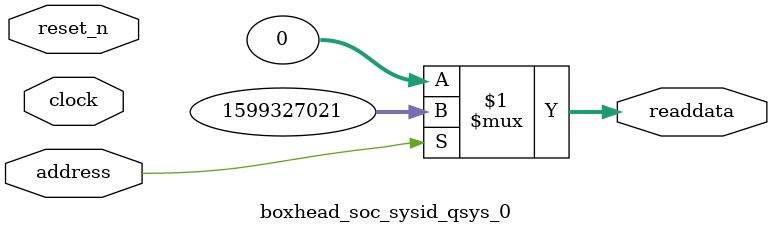
<source format=v>



// synthesis translate_off
`timescale 1ns / 1ps
// synthesis translate_on

// turn off superfluous verilog processor warnings 
// altera message_level Level1 
// altera message_off 10034 10035 10036 10037 10230 10240 10030 

module boxhead_soc_sysid_qsys_0 (
               // inputs:
                address,
                clock,
                reset_n,

               // outputs:
                readdata
             )
;

  output  [ 31: 0] readdata;
  input            address;
  input            clock;
  input            reset_n;

  wire    [ 31: 0] readdata;
  //control_slave, which is an e_avalon_slave
  assign readdata = address ? 1599327021 : 0;

endmodule



</source>
